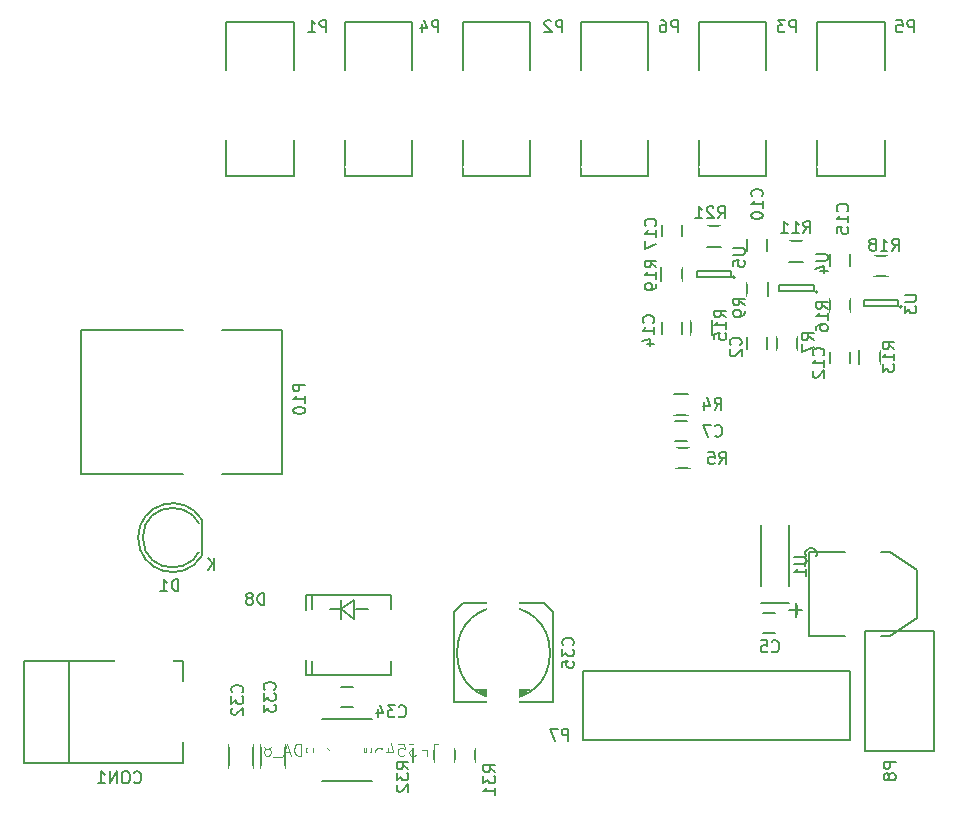
<source format=gbr>
%TF.GenerationSoftware,KiCad,Pcbnew,4.0.1-stable*%
%TF.CreationDate,2016-05-16T17:45:50+03:00*%
%TF.ProjectId,6xUSB_PowMet,36785553425F506F774D65742E6B6963,rev?*%
%TF.FileFunction,Legend,Bot*%
%FSLAX46Y46*%
G04 Gerber Fmt 4.6, Leading zero omitted, Abs format (unit mm)*
G04 Created by KiCad (PCBNEW 4.0.1-stable) date 16.05.2016 17:45:50*
%MOMM*%
G01*
G04 APERTURE LIST*
%ADD10C,0.100000*%
%ADD11C,0.150000*%
%ADD12C,0.152400*%
%ADD13C,0.050000*%
%ADD14C,5.200600*%
%ADD15R,5.200600X5.200600*%
%ADD16R,1.050000X1.460000*%
%ADD17C,1.924000*%
%ADD18C,3.100020*%
%ADD19O,2.250000X2.250000*%
%ADD20C,1.200000*%
%ADD21R,2.300000X2.400000*%
%ADD22C,2.300000*%
%ADD23R,1.650000X1.400000*%
%ADD24R,1.400000X1.650000*%
%ADD25R,1.100000X1.700000*%
%ADD26R,1.700000X1.100000*%
%ADD27R,2.432000X4.057600*%
%ADD28R,2.432000X1.416000*%
%ADD29R,2.400000X2.400000*%
%ADD30C,2.400000*%
%ADD31R,2.000000X2.400000*%
%ADD32R,1.900000X1.650000*%
%ADD33R,4.900880X3.699460*%
%ADD34R,4.898340X3.699460*%
%ADD35R,1.700000X1.900000*%
%ADD36R,2.178000X0.933400*%
%ADD37R,2.889200X3.397200*%
%ADD38R,2.800300X3.900120*%
%ADD39R,1.901140X3.399740*%
G04 APERTURE END LIST*
D10*
D11*
X90638000Y-112068000D02*
X89876000Y-112068000D01*
X89876000Y-112068000D02*
X89876000Y-103432000D01*
X89876000Y-103432000D02*
X90638000Y-103432000D01*
X93686000Y-112068000D02*
X93686000Y-103432000D01*
X103338000Y-112068000D02*
X103338000Y-103432000D01*
X90638000Y-103432000D02*
X103338000Y-103432000D01*
X90638000Y-112068000D02*
X103338000Y-112068000D01*
X164250000Y-73450000D02*
G75*
G03X164250000Y-73450000I-100000J0D01*
G01*
X163900000Y-72900000D02*
X163900000Y-73400000D01*
X161000000Y-72900000D02*
X163900000Y-72900000D01*
X161000000Y-73400000D02*
X161000000Y-72900000D01*
X163900000Y-73400000D02*
X161000000Y-73400000D01*
X103398980Y-87616000D02*
X94762980Y-87616000D01*
X111780980Y-87616000D02*
X106700980Y-87616000D01*
X103398980Y-75424000D02*
X94762980Y-75424000D01*
X111780980Y-75424000D02*
X106700980Y-75424000D01*
X94762980Y-75424000D02*
X94762980Y-87616000D01*
X111780980Y-87616000D02*
X111780980Y-75424000D01*
X132760000Y-62350000D02*
X132760000Y-59300000D01*
X127040000Y-62350000D02*
X127040000Y-59300000D01*
X127040000Y-62350000D02*
X132760000Y-62350000D01*
X127040000Y-53500000D02*
X127040000Y-49336500D01*
X127040000Y-49336500D02*
X132760000Y-49336500D01*
X132760000Y-53500000D02*
X132760000Y-49336500D01*
X152760000Y-62350000D02*
X152760000Y-59300000D01*
X147040000Y-62350000D02*
X147040000Y-59300000D01*
X147040000Y-62350000D02*
X152760000Y-62350000D01*
X147040000Y-53500000D02*
X147040000Y-49336500D01*
X147040000Y-49336500D02*
X152760000Y-49336500D01*
X152760000Y-53500000D02*
X152760000Y-49336500D01*
X162760000Y-62350000D02*
X162760000Y-59300000D01*
X157040000Y-62350000D02*
X157040000Y-59300000D01*
X157040000Y-62350000D02*
X162760000Y-62350000D01*
X157040000Y-53500000D02*
X157040000Y-49336500D01*
X157040000Y-49336500D02*
X162760000Y-49336500D01*
X162760000Y-53500000D02*
X162760000Y-49336500D01*
X142760000Y-62350000D02*
X142760000Y-59300000D01*
X137040000Y-62350000D02*
X137040000Y-59300000D01*
X137040000Y-62350000D02*
X142760000Y-62350000D01*
X137040000Y-53500000D02*
X137040000Y-49336500D01*
X137040000Y-49336500D02*
X142760000Y-49336500D01*
X142760000Y-53500000D02*
X142760000Y-49336500D01*
X122760000Y-62350000D02*
X122760000Y-59300000D01*
X117040000Y-62350000D02*
X117040000Y-59300000D01*
X117040000Y-62350000D02*
X122760000Y-62350000D01*
X117040000Y-53500000D02*
X117040000Y-49336500D01*
X117040000Y-49336500D02*
X122760000Y-49336500D01*
X122760000Y-53500000D02*
X122760000Y-49336500D01*
X112760000Y-62350000D02*
X112760000Y-59300000D01*
X107040000Y-62350000D02*
X107040000Y-59300000D01*
X107040000Y-62350000D02*
X112760000Y-62350000D01*
X107040000Y-53500000D02*
X107040000Y-49336500D01*
X107040000Y-49336500D02*
X112760000Y-49336500D01*
X112760000Y-53500000D02*
X112760000Y-49336500D01*
X104964888Y-94524904D02*
G75*
G02X104980000Y-91500000I-2484888J1524904D01*
G01*
X104980000Y-94500000D02*
X104980000Y-91500000D01*
X104997936Y-93000000D02*
G75*
G03X104997936Y-93000000I-2517936J0D01*
G01*
X151150000Y-77000000D02*
X151150000Y-76000000D01*
X152850000Y-76000000D02*
X152850000Y-77000000D01*
X153500000Y-101100000D02*
X152500000Y-101100000D01*
X152500000Y-99400000D02*
X153500000Y-99400000D01*
X146000000Y-84850000D02*
X145000000Y-84850000D01*
X145000000Y-83150000D02*
X146000000Y-83150000D01*
X151150000Y-68750000D02*
X151150000Y-67750000D01*
X152850000Y-67750000D02*
X152850000Y-68750000D01*
X158150000Y-78250000D02*
X158150000Y-77250000D01*
X159850000Y-77250000D02*
X159850000Y-78250000D01*
X143900000Y-75750000D02*
X143900000Y-74750000D01*
X145600000Y-74750000D02*
X145600000Y-75750000D01*
X158150000Y-70000000D02*
X158150000Y-69000000D01*
X159850000Y-69000000D02*
X159850000Y-70000000D01*
X143900000Y-67500000D02*
X143900000Y-66500000D01*
X145600000Y-66500000D02*
X145600000Y-67500000D01*
X146150000Y-80875000D02*
X144950000Y-80875000D01*
X144950000Y-82625000D02*
X146150000Y-82625000D01*
X146300000Y-85375000D02*
X145100000Y-85375000D01*
X145100000Y-87125000D02*
X146300000Y-87125000D01*
X155375000Y-77150000D02*
X155375000Y-75950000D01*
X153625000Y-75950000D02*
X153625000Y-77150000D01*
X152875000Y-72550000D02*
X152875000Y-71350000D01*
X151125000Y-71350000D02*
X151125000Y-72550000D01*
X154700000Y-69625000D02*
X155900000Y-69625000D01*
X155900000Y-67875000D02*
X154700000Y-67875000D01*
X162375000Y-78300000D02*
X162375000Y-77100000D01*
X160625000Y-77100000D02*
X160625000Y-78300000D01*
X148125000Y-75800000D02*
X148125000Y-74600000D01*
X146375000Y-74600000D02*
X146375000Y-75800000D01*
X159875000Y-73900000D02*
X159875000Y-72700000D01*
X158125000Y-72700000D02*
X158125000Y-73900000D01*
X161850000Y-70875000D02*
X163050000Y-70875000D01*
X163050000Y-69125000D02*
X161850000Y-69125000D01*
X145625000Y-71300000D02*
X145625000Y-70100000D01*
X143875000Y-70100000D02*
X143875000Y-71300000D01*
X147700000Y-68375000D02*
X148900000Y-68375000D01*
X148900000Y-66625000D02*
X147700000Y-66625000D01*
X159424000Y-101306000D02*
X156376000Y-101306000D01*
X156376000Y-101306000D02*
X156376000Y-94194000D01*
X156376000Y-94194000D02*
X159424000Y-94194000D01*
X162472000Y-101306000D02*
X163234000Y-101306000D01*
X163234000Y-101306000D02*
X165520000Y-99782000D01*
X165520000Y-99782000D02*
X165520000Y-95718000D01*
X165520000Y-95718000D02*
X163234000Y-94194000D01*
X163234000Y-94194000D02*
X162472000Y-94194000D01*
X157100000Y-72200000D02*
G75*
G03X157100000Y-72200000I-100000J0D01*
G01*
X156750000Y-71650000D02*
X156750000Y-72150000D01*
X153850000Y-71650000D02*
X156750000Y-71650000D01*
X153850000Y-72150000D02*
X153850000Y-71650000D01*
X156750000Y-72150000D02*
X153850000Y-72150000D01*
X150100000Y-70950000D02*
G75*
G03X150100000Y-70950000I-100000J0D01*
G01*
X149750000Y-70400000D02*
X149750000Y-70900000D01*
X146850000Y-70400000D02*
X149750000Y-70400000D01*
X146850000Y-70900000D02*
X146850000Y-70400000D01*
X149750000Y-70900000D02*
X146850000Y-70900000D01*
X138467000Y-110163000D02*
X137197000Y-110163000D01*
X137197000Y-110163000D02*
X137197000Y-104321000D01*
X137197000Y-104321000D02*
X138467000Y-104321000D01*
X158533000Y-110163000D02*
X159803000Y-110163000D01*
X158533000Y-104321000D02*
X159803000Y-104321000D01*
X159803000Y-110163000D02*
X159803000Y-104321000D01*
X138467000Y-104321000D02*
X158533000Y-104321000D01*
X158533000Y-110163000D02*
X138467000Y-110163000D01*
X161071000Y-100880000D02*
X161071000Y-111040000D01*
X166913000Y-111040000D02*
X166913000Y-100880000D01*
X166913000Y-100880000D02*
X161071000Y-100880000D01*
X166913000Y-111040000D02*
X161071000Y-111040000D01*
X107225000Y-112500000D02*
X107225000Y-110500000D01*
X109275000Y-110500000D02*
X109275000Y-112500000D01*
X109975000Y-112500000D02*
X109975000Y-110500000D01*
X112025000Y-110500000D02*
X112025000Y-112500000D01*
X117750000Y-107350000D02*
X116750000Y-107350000D01*
X116750000Y-105650000D02*
X117750000Y-105650000D01*
X116703320Y-99050360D02*
X115801620Y-99050360D01*
X118001260Y-99050360D02*
X118999480Y-99050360D01*
X114249820Y-97848940D02*
X114249820Y-99050360D01*
X114249820Y-104651060D02*
X114249820Y-103449640D01*
X120998460Y-97848940D02*
X120998460Y-99050360D01*
X120998460Y-104651060D02*
X120998460Y-103449640D01*
X113800100Y-97848940D02*
X113800100Y-99101160D01*
X113800100Y-104651060D02*
X113800100Y-103398840D01*
X116703320Y-99850460D02*
X116703320Y-98250260D01*
X117851400Y-98301060D02*
X117851400Y-99850460D01*
X116700780Y-99050360D02*
X117851400Y-98301060D01*
X116703320Y-99050360D02*
X117853940Y-99850460D01*
X113800100Y-97848940D02*
X120998460Y-97848940D01*
X113800100Y-104651060D02*
X120998460Y-104651060D01*
X126375000Y-110800000D02*
X126375000Y-112000000D01*
X128125000Y-112000000D02*
X128125000Y-110800000D01*
X124625000Y-112000000D02*
X124625000Y-110800000D01*
X122875000Y-110800000D02*
X122875000Y-112000000D01*
D12*
X115116400Y-108383800D02*
X119383600Y-108383800D01*
X119383600Y-113616200D02*
X115116400Y-113616200D01*
D11*
X131516000Y-106561200D02*
X129484000Y-106561200D01*
X129103000Y-106434200D02*
X131897000Y-106434200D01*
X132151000Y-106307200D02*
X128849000Y-106307200D01*
X128595000Y-106180200D02*
X132405000Y-106180200D01*
X128468000Y-106053200D02*
X132532000Y-106053200D01*
X132786000Y-105926200D02*
X128214000Y-105926200D01*
X134691000Y-106942200D02*
X126309000Y-106942200D01*
X126309000Y-106942200D02*
X126309000Y-99322200D01*
X126309000Y-99322200D02*
X127071000Y-98560200D01*
X127071000Y-98560200D02*
X133929000Y-98560200D01*
X133929000Y-98560200D02*
X134691000Y-99322200D01*
X134691000Y-99322200D02*
X134691000Y-106942200D01*
X130500000Y-99068200D02*
X130500000Y-99830200D01*
X130881000Y-99449200D02*
X130119000Y-99449200D01*
X134437000Y-102751200D02*
G75*
G03X134437000Y-102751200I-3937000J0D01*
G01*
X152301120Y-97101980D02*
X152301120Y-91900060D01*
X154698880Y-91900060D02*
X154698880Y-97101980D01*
X155798700Y-99100960D02*
X154698880Y-99100960D01*
X155298320Y-99700400D02*
X155298320Y-98501520D01*
X154698880Y-98496440D02*
X152301120Y-98496440D01*
X99218285Y-113695143D02*
X99265904Y-113742762D01*
X99408761Y-113790381D01*
X99503999Y-113790381D01*
X99646857Y-113742762D01*
X99742095Y-113647524D01*
X99789714Y-113552286D01*
X99837333Y-113361810D01*
X99837333Y-113218952D01*
X99789714Y-113028476D01*
X99742095Y-112933238D01*
X99646857Y-112838000D01*
X99503999Y-112790381D01*
X99408761Y-112790381D01*
X99265904Y-112838000D01*
X99218285Y-112885619D01*
X98599238Y-112790381D02*
X98408761Y-112790381D01*
X98313523Y-112838000D01*
X98218285Y-112933238D01*
X98170666Y-113123714D01*
X98170666Y-113457048D01*
X98218285Y-113647524D01*
X98313523Y-113742762D01*
X98408761Y-113790381D01*
X98599238Y-113790381D01*
X98694476Y-113742762D01*
X98789714Y-113647524D01*
X98837333Y-113457048D01*
X98837333Y-113123714D01*
X98789714Y-112933238D01*
X98694476Y-112838000D01*
X98599238Y-112790381D01*
X97742095Y-113790381D02*
X97742095Y-112790381D01*
X97170666Y-113790381D01*
X97170666Y-112790381D01*
X96170666Y-113790381D02*
X96742095Y-113790381D01*
X96456381Y-113790381D02*
X96456381Y-112790381D01*
X96551619Y-112933238D01*
X96646857Y-113028476D01*
X96742095Y-113076095D01*
X164452381Y-72438095D02*
X165261905Y-72438095D01*
X165357143Y-72485714D01*
X165404762Y-72533333D01*
X165452381Y-72628571D01*
X165452381Y-72819048D01*
X165404762Y-72914286D01*
X165357143Y-72961905D01*
X165261905Y-73009524D01*
X164452381Y-73009524D01*
X164452381Y-73390476D02*
X164452381Y-74009524D01*
X164833333Y-73676190D01*
X164833333Y-73819048D01*
X164880952Y-73914286D01*
X164928571Y-73961905D01*
X165023810Y-74009524D01*
X165261905Y-74009524D01*
X165357143Y-73961905D01*
X165404762Y-73914286D01*
X165452381Y-73819048D01*
X165452381Y-73533333D01*
X165404762Y-73438095D01*
X165357143Y-73390476D01*
X113702381Y-80035714D02*
X112702381Y-80035714D01*
X112702381Y-80416667D01*
X112750000Y-80511905D01*
X112797619Y-80559524D01*
X112892857Y-80607143D01*
X113035714Y-80607143D01*
X113130952Y-80559524D01*
X113178571Y-80511905D01*
X113226190Y-80416667D01*
X113226190Y-80035714D01*
X113702381Y-81559524D02*
X113702381Y-80988095D01*
X113702381Y-81273809D02*
X112702381Y-81273809D01*
X112845238Y-81178571D01*
X112940476Y-81083333D01*
X112988095Y-80988095D01*
X112702381Y-82178571D02*
X112702381Y-82273810D01*
X112750000Y-82369048D01*
X112797619Y-82416667D01*
X112892857Y-82464286D01*
X113083333Y-82511905D01*
X113321429Y-82511905D01*
X113511905Y-82464286D01*
X113607143Y-82416667D01*
X113654762Y-82369048D01*
X113702381Y-82273810D01*
X113702381Y-82178571D01*
X113654762Y-82083333D01*
X113607143Y-82035714D01*
X113511905Y-81988095D01*
X113321429Y-81940476D01*
X113083333Y-81940476D01*
X112892857Y-81988095D01*
X112797619Y-82035714D01*
X112750000Y-82083333D01*
X112702381Y-82178571D01*
X135488095Y-50202381D02*
X135488095Y-49202381D01*
X135107142Y-49202381D01*
X135011904Y-49250000D01*
X134964285Y-49297619D01*
X134916666Y-49392857D01*
X134916666Y-49535714D01*
X134964285Y-49630952D01*
X135011904Y-49678571D01*
X135107142Y-49726190D01*
X135488095Y-49726190D01*
X134535714Y-49297619D02*
X134488095Y-49250000D01*
X134392857Y-49202381D01*
X134154761Y-49202381D01*
X134059523Y-49250000D01*
X134011904Y-49297619D01*
X133964285Y-49392857D01*
X133964285Y-49488095D01*
X134011904Y-49630952D01*
X134583333Y-50202381D01*
X133964285Y-50202381D01*
X155238095Y-50202381D02*
X155238095Y-49202381D01*
X154857142Y-49202381D01*
X154761904Y-49250000D01*
X154714285Y-49297619D01*
X154666666Y-49392857D01*
X154666666Y-49535714D01*
X154714285Y-49630952D01*
X154761904Y-49678571D01*
X154857142Y-49726190D01*
X155238095Y-49726190D01*
X154333333Y-49202381D02*
X153714285Y-49202381D01*
X154047619Y-49583333D01*
X153904761Y-49583333D01*
X153809523Y-49630952D01*
X153761904Y-49678571D01*
X153714285Y-49773810D01*
X153714285Y-50011905D01*
X153761904Y-50107143D01*
X153809523Y-50154762D01*
X153904761Y-50202381D01*
X154190476Y-50202381D01*
X154285714Y-50154762D01*
X154333333Y-50107143D01*
X165238095Y-50202381D02*
X165238095Y-49202381D01*
X164857142Y-49202381D01*
X164761904Y-49250000D01*
X164714285Y-49297619D01*
X164666666Y-49392857D01*
X164666666Y-49535714D01*
X164714285Y-49630952D01*
X164761904Y-49678571D01*
X164857142Y-49726190D01*
X165238095Y-49726190D01*
X163761904Y-49202381D02*
X164238095Y-49202381D01*
X164285714Y-49678571D01*
X164238095Y-49630952D01*
X164142857Y-49583333D01*
X163904761Y-49583333D01*
X163809523Y-49630952D01*
X163761904Y-49678571D01*
X163714285Y-49773810D01*
X163714285Y-50011905D01*
X163761904Y-50107143D01*
X163809523Y-50154762D01*
X163904761Y-50202381D01*
X164142857Y-50202381D01*
X164238095Y-50154762D01*
X164285714Y-50107143D01*
X145238095Y-50202381D02*
X145238095Y-49202381D01*
X144857142Y-49202381D01*
X144761904Y-49250000D01*
X144714285Y-49297619D01*
X144666666Y-49392857D01*
X144666666Y-49535714D01*
X144714285Y-49630952D01*
X144761904Y-49678571D01*
X144857142Y-49726190D01*
X145238095Y-49726190D01*
X143809523Y-49202381D02*
X144000000Y-49202381D01*
X144095238Y-49250000D01*
X144142857Y-49297619D01*
X144238095Y-49440476D01*
X144285714Y-49630952D01*
X144285714Y-50011905D01*
X144238095Y-50107143D01*
X144190476Y-50154762D01*
X144095238Y-50202381D01*
X143904761Y-50202381D01*
X143809523Y-50154762D01*
X143761904Y-50107143D01*
X143714285Y-50011905D01*
X143714285Y-49773810D01*
X143761904Y-49678571D01*
X143809523Y-49630952D01*
X143904761Y-49583333D01*
X144095238Y-49583333D01*
X144190476Y-49630952D01*
X144238095Y-49678571D01*
X144285714Y-49773810D01*
X124988095Y-50202381D02*
X124988095Y-49202381D01*
X124607142Y-49202381D01*
X124511904Y-49250000D01*
X124464285Y-49297619D01*
X124416666Y-49392857D01*
X124416666Y-49535714D01*
X124464285Y-49630952D01*
X124511904Y-49678571D01*
X124607142Y-49726190D01*
X124988095Y-49726190D01*
X123559523Y-49535714D02*
X123559523Y-50202381D01*
X123797619Y-49154762D02*
X124035714Y-49869048D01*
X123416666Y-49869048D01*
X115488095Y-50202381D02*
X115488095Y-49202381D01*
X115107142Y-49202381D01*
X115011904Y-49250000D01*
X114964285Y-49297619D01*
X114916666Y-49392857D01*
X114916666Y-49535714D01*
X114964285Y-49630952D01*
X115011904Y-49678571D01*
X115107142Y-49726190D01*
X115488095Y-49726190D01*
X113964285Y-50202381D02*
X114535714Y-50202381D01*
X114250000Y-50202381D02*
X114250000Y-49202381D01*
X114345238Y-49345238D01*
X114440476Y-49440476D01*
X114535714Y-49488095D01*
X102964095Y-97516381D02*
X102964095Y-96516381D01*
X102726000Y-96516381D01*
X102583142Y-96564000D01*
X102487904Y-96659238D01*
X102440285Y-96754476D01*
X102392666Y-96944952D01*
X102392666Y-97087810D01*
X102440285Y-97278286D01*
X102487904Y-97373524D01*
X102583142Y-97468762D01*
X102726000Y-97516381D01*
X102964095Y-97516381D01*
X101440285Y-97516381D02*
X102011714Y-97516381D01*
X101726000Y-97516381D02*
X101726000Y-96516381D01*
X101821238Y-96659238D01*
X101916476Y-96754476D01*
X102011714Y-96802095D01*
X106011905Y-95702381D02*
X106011905Y-94702381D01*
X105440476Y-95702381D02*
X105869048Y-95130952D01*
X105440476Y-94702381D02*
X106011905Y-95273810D01*
X150557143Y-76683334D02*
X150604762Y-76635715D01*
X150652381Y-76492858D01*
X150652381Y-76397620D01*
X150604762Y-76254762D01*
X150509524Y-76159524D01*
X150414286Y-76111905D01*
X150223810Y-76064286D01*
X150080952Y-76064286D01*
X149890476Y-76111905D01*
X149795238Y-76159524D01*
X149700000Y-76254762D01*
X149652381Y-76397620D01*
X149652381Y-76492858D01*
X149700000Y-76635715D01*
X149747619Y-76683334D01*
X149747619Y-77064286D02*
X149700000Y-77111905D01*
X149652381Y-77207143D01*
X149652381Y-77445239D01*
X149700000Y-77540477D01*
X149747619Y-77588096D01*
X149842857Y-77635715D01*
X149938095Y-77635715D01*
X150080952Y-77588096D01*
X150652381Y-77016667D01*
X150652381Y-77635715D01*
X153216666Y-102607143D02*
X153264285Y-102654762D01*
X153407142Y-102702381D01*
X153502380Y-102702381D01*
X153645238Y-102654762D01*
X153740476Y-102559524D01*
X153788095Y-102464286D01*
X153835714Y-102273810D01*
X153835714Y-102130952D01*
X153788095Y-101940476D01*
X153740476Y-101845238D01*
X153645238Y-101750000D01*
X153502380Y-101702381D01*
X153407142Y-101702381D01*
X153264285Y-101750000D01*
X153216666Y-101797619D01*
X152311904Y-101702381D02*
X152788095Y-101702381D01*
X152835714Y-102178571D01*
X152788095Y-102130952D01*
X152692857Y-102083333D01*
X152454761Y-102083333D01*
X152359523Y-102130952D01*
X152311904Y-102178571D01*
X152264285Y-102273810D01*
X152264285Y-102511905D01*
X152311904Y-102607143D01*
X152359523Y-102654762D01*
X152454761Y-102702381D01*
X152692857Y-102702381D01*
X152788095Y-102654762D01*
X152835714Y-102607143D01*
X148416666Y-84357143D02*
X148464285Y-84404762D01*
X148607142Y-84452381D01*
X148702380Y-84452381D01*
X148845238Y-84404762D01*
X148940476Y-84309524D01*
X148988095Y-84214286D01*
X149035714Y-84023810D01*
X149035714Y-83880952D01*
X148988095Y-83690476D01*
X148940476Y-83595238D01*
X148845238Y-83500000D01*
X148702380Y-83452381D01*
X148607142Y-83452381D01*
X148464285Y-83500000D01*
X148416666Y-83547619D01*
X148083333Y-83452381D02*
X147416666Y-83452381D01*
X147845238Y-84452381D01*
X152357143Y-64107143D02*
X152404762Y-64059524D01*
X152452381Y-63916667D01*
X152452381Y-63821429D01*
X152404762Y-63678571D01*
X152309524Y-63583333D01*
X152214286Y-63535714D01*
X152023810Y-63488095D01*
X151880952Y-63488095D01*
X151690476Y-63535714D01*
X151595238Y-63583333D01*
X151500000Y-63678571D01*
X151452381Y-63821429D01*
X151452381Y-63916667D01*
X151500000Y-64059524D01*
X151547619Y-64107143D01*
X152452381Y-65059524D02*
X152452381Y-64488095D01*
X152452381Y-64773809D02*
X151452381Y-64773809D01*
X151595238Y-64678571D01*
X151690476Y-64583333D01*
X151738095Y-64488095D01*
X151452381Y-65678571D02*
X151452381Y-65773810D01*
X151500000Y-65869048D01*
X151547619Y-65916667D01*
X151642857Y-65964286D01*
X151833333Y-66011905D01*
X152071429Y-66011905D01*
X152261905Y-65964286D01*
X152357143Y-65916667D01*
X152404762Y-65869048D01*
X152452381Y-65773810D01*
X152452381Y-65678571D01*
X152404762Y-65583333D01*
X152357143Y-65535714D01*
X152261905Y-65488095D01*
X152071429Y-65440476D01*
X151833333Y-65440476D01*
X151642857Y-65488095D01*
X151547619Y-65535714D01*
X151500000Y-65583333D01*
X151452381Y-65678571D01*
X157582143Y-77557143D02*
X157629762Y-77509524D01*
X157677381Y-77366667D01*
X157677381Y-77271429D01*
X157629762Y-77128571D01*
X157534524Y-77033333D01*
X157439286Y-76985714D01*
X157248810Y-76938095D01*
X157105952Y-76938095D01*
X156915476Y-76985714D01*
X156820238Y-77033333D01*
X156725000Y-77128571D01*
X156677381Y-77271429D01*
X156677381Y-77366667D01*
X156725000Y-77509524D01*
X156772619Y-77557143D01*
X157677381Y-78509524D02*
X157677381Y-77938095D01*
X157677381Y-78223809D02*
X156677381Y-78223809D01*
X156820238Y-78128571D01*
X156915476Y-78033333D01*
X156963095Y-77938095D01*
X156772619Y-78890476D02*
X156725000Y-78938095D01*
X156677381Y-79033333D01*
X156677381Y-79271429D01*
X156725000Y-79366667D01*
X156772619Y-79414286D01*
X156867857Y-79461905D01*
X156963095Y-79461905D01*
X157105952Y-79414286D01*
X157677381Y-78842857D01*
X157677381Y-79461905D01*
X143182143Y-74807143D02*
X143229762Y-74759524D01*
X143277381Y-74616667D01*
X143277381Y-74521429D01*
X143229762Y-74378571D01*
X143134524Y-74283333D01*
X143039286Y-74235714D01*
X142848810Y-74188095D01*
X142705952Y-74188095D01*
X142515476Y-74235714D01*
X142420238Y-74283333D01*
X142325000Y-74378571D01*
X142277381Y-74521429D01*
X142277381Y-74616667D01*
X142325000Y-74759524D01*
X142372619Y-74807143D01*
X143277381Y-75759524D02*
X143277381Y-75188095D01*
X143277381Y-75473809D02*
X142277381Y-75473809D01*
X142420238Y-75378571D01*
X142515476Y-75283333D01*
X142563095Y-75188095D01*
X142610714Y-76616667D02*
X143277381Y-76616667D01*
X142229762Y-76378571D02*
X142944048Y-76140476D01*
X142944048Y-76759524D01*
X159607143Y-65357143D02*
X159654762Y-65309524D01*
X159702381Y-65166667D01*
X159702381Y-65071429D01*
X159654762Y-64928571D01*
X159559524Y-64833333D01*
X159464286Y-64785714D01*
X159273810Y-64738095D01*
X159130952Y-64738095D01*
X158940476Y-64785714D01*
X158845238Y-64833333D01*
X158750000Y-64928571D01*
X158702381Y-65071429D01*
X158702381Y-65166667D01*
X158750000Y-65309524D01*
X158797619Y-65357143D01*
X159702381Y-66309524D02*
X159702381Y-65738095D01*
X159702381Y-66023809D02*
X158702381Y-66023809D01*
X158845238Y-65928571D01*
X158940476Y-65833333D01*
X158988095Y-65738095D01*
X158702381Y-67214286D02*
X158702381Y-66738095D01*
X159178571Y-66690476D01*
X159130952Y-66738095D01*
X159083333Y-66833333D01*
X159083333Y-67071429D01*
X159130952Y-67166667D01*
X159178571Y-67214286D01*
X159273810Y-67261905D01*
X159511905Y-67261905D01*
X159607143Y-67214286D01*
X159654762Y-67166667D01*
X159702381Y-67071429D01*
X159702381Y-66833333D01*
X159654762Y-66738095D01*
X159607143Y-66690476D01*
X143357143Y-66607143D02*
X143404762Y-66559524D01*
X143452381Y-66416667D01*
X143452381Y-66321429D01*
X143404762Y-66178571D01*
X143309524Y-66083333D01*
X143214286Y-66035714D01*
X143023810Y-65988095D01*
X142880952Y-65988095D01*
X142690476Y-66035714D01*
X142595238Y-66083333D01*
X142500000Y-66178571D01*
X142452381Y-66321429D01*
X142452381Y-66416667D01*
X142500000Y-66559524D01*
X142547619Y-66607143D01*
X143452381Y-67559524D02*
X143452381Y-66988095D01*
X143452381Y-67273809D02*
X142452381Y-67273809D01*
X142595238Y-67178571D01*
X142690476Y-67083333D01*
X142738095Y-66988095D01*
X142452381Y-67892857D02*
X142452381Y-68559524D01*
X143452381Y-68130952D01*
X148366666Y-82152381D02*
X148700000Y-81676190D01*
X148938095Y-82152381D02*
X148938095Y-81152381D01*
X148557142Y-81152381D01*
X148461904Y-81200000D01*
X148414285Y-81247619D01*
X148366666Y-81342857D01*
X148366666Y-81485714D01*
X148414285Y-81580952D01*
X148461904Y-81628571D01*
X148557142Y-81676190D01*
X148938095Y-81676190D01*
X147509523Y-81485714D02*
X147509523Y-82152381D01*
X147747619Y-81104762D02*
X147985714Y-81819048D01*
X147366666Y-81819048D01*
X148756666Y-86757381D02*
X149090000Y-86281190D01*
X149328095Y-86757381D02*
X149328095Y-85757381D01*
X148947142Y-85757381D01*
X148851904Y-85805000D01*
X148804285Y-85852619D01*
X148756666Y-85947857D01*
X148756666Y-86090714D01*
X148804285Y-86185952D01*
X148851904Y-86233571D01*
X148947142Y-86281190D01*
X149328095Y-86281190D01*
X147851904Y-85757381D02*
X148328095Y-85757381D01*
X148375714Y-86233571D01*
X148328095Y-86185952D01*
X148232857Y-86138333D01*
X147994761Y-86138333D01*
X147899523Y-86185952D01*
X147851904Y-86233571D01*
X147804285Y-86328810D01*
X147804285Y-86566905D01*
X147851904Y-86662143D01*
X147899523Y-86709762D01*
X147994761Y-86757381D01*
X148232857Y-86757381D01*
X148328095Y-86709762D01*
X148375714Y-86662143D01*
X156752381Y-76283334D02*
X156276190Y-75950000D01*
X156752381Y-75711905D02*
X155752381Y-75711905D01*
X155752381Y-76092858D01*
X155800000Y-76188096D01*
X155847619Y-76235715D01*
X155942857Y-76283334D01*
X156085714Y-76283334D01*
X156180952Y-76235715D01*
X156228571Y-76188096D01*
X156276190Y-76092858D01*
X156276190Y-75711905D01*
X155752381Y-76616667D02*
X155752381Y-77283334D01*
X156752381Y-76854762D01*
X150952381Y-73333334D02*
X150476190Y-73000000D01*
X150952381Y-72761905D02*
X149952381Y-72761905D01*
X149952381Y-73142858D01*
X150000000Y-73238096D01*
X150047619Y-73285715D01*
X150142857Y-73333334D01*
X150285714Y-73333334D01*
X150380952Y-73285715D01*
X150428571Y-73238096D01*
X150476190Y-73142858D01*
X150476190Y-72761905D01*
X150952381Y-73809524D02*
X150952381Y-74000000D01*
X150904762Y-74095239D01*
X150857143Y-74142858D01*
X150714286Y-74238096D01*
X150523810Y-74285715D01*
X150142857Y-74285715D01*
X150047619Y-74238096D01*
X150000000Y-74190477D01*
X149952381Y-74095239D01*
X149952381Y-73904762D01*
X150000000Y-73809524D01*
X150047619Y-73761905D01*
X150142857Y-73714286D01*
X150380952Y-73714286D01*
X150476190Y-73761905D01*
X150523810Y-73809524D01*
X150571429Y-73904762D01*
X150571429Y-74095239D01*
X150523810Y-74190477D01*
X150476190Y-74238096D01*
X150380952Y-74285715D01*
X155892857Y-67202381D02*
X156226191Y-66726190D01*
X156464286Y-67202381D02*
X156464286Y-66202381D01*
X156083333Y-66202381D01*
X155988095Y-66250000D01*
X155940476Y-66297619D01*
X155892857Y-66392857D01*
X155892857Y-66535714D01*
X155940476Y-66630952D01*
X155988095Y-66678571D01*
X156083333Y-66726190D01*
X156464286Y-66726190D01*
X154940476Y-67202381D02*
X155511905Y-67202381D01*
X155226191Y-67202381D02*
X155226191Y-66202381D01*
X155321429Y-66345238D01*
X155416667Y-66440476D01*
X155511905Y-66488095D01*
X153988095Y-67202381D02*
X154559524Y-67202381D01*
X154273810Y-67202381D02*
X154273810Y-66202381D01*
X154369048Y-66345238D01*
X154464286Y-66440476D01*
X154559524Y-66488095D01*
X163602381Y-77032143D02*
X163126190Y-76698809D01*
X163602381Y-76460714D02*
X162602381Y-76460714D01*
X162602381Y-76841667D01*
X162650000Y-76936905D01*
X162697619Y-76984524D01*
X162792857Y-77032143D01*
X162935714Y-77032143D01*
X163030952Y-76984524D01*
X163078571Y-76936905D01*
X163126190Y-76841667D01*
X163126190Y-76460714D01*
X163602381Y-77984524D02*
X163602381Y-77413095D01*
X163602381Y-77698809D02*
X162602381Y-77698809D01*
X162745238Y-77603571D01*
X162840476Y-77508333D01*
X162888095Y-77413095D01*
X162602381Y-78317857D02*
X162602381Y-78936905D01*
X162983333Y-78603571D01*
X162983333Y-78746429D01*
X163030952Y-78841667D01*
X163078571Y-78889286D01*
X163173810Y-78936905D01*
X163411905Y-78936905D01*
X163507143Y-78889286D01*
X163554762Y-78841667D01*
X163602381Y-78746429D01*
X163602381Y-78460714D01*
X163554762Y-78365476D01*
X163507143Y-78317857D01*
X149352381Y-74357143D02*
X148876190Y-74023809D01*
X149352381Y-73785714D02*
X148352381Y-73785714D01*
X148352381Y-74166667D01*
X148400000Y-74261905D01*
X148447619Y-74309524D01*
X148542857Y-74357143D01*
X148685714Y-74357143D01*
X148780952Y-74309524D01*
X148828571Y-74261905D01*
X148876190Y-74166667D01*
X148876190Y-73785714D01*
X149352381Y-75309524D02*
X149352381Y-74738095D01*
X149352381Y-75023809D02*
X148352381Y-75023809D01*
X148495238Y-74928571D01*
X148590476Y-74833333D01*
X148638095Y-74738095D01*
X148352381Y-76214286D02*
X148352381Y-75738095D01*
X148828571Y-75690476D01*
X148780952Y-75738095D01*
X148733333Y-75833333D01*
X148733333Y-76071429D01*
X148780952Y-76166667D01*
X148828571Y-76214286D01*
X148923810Y-76261905D01*
X149161905Y-76261905D01*
X149257143Y-76214286D01*
X149304762Y-76166667D01*
X149352381Y-76071429D01*
X149352381Y-75833333D01*
X149304762Y-75738095D01*
X149257143Y-75690476D01*
X157952381Y-73607143D02*
X157476190Y-73273809D01*
X157952381Y-73035714D02*
X156952381Y-73035714D01*
X156952381Y-73416667D01*
X157000000Y-73511905D01*
X157047619Y-73559524D01*
X157142857Y-73607143D01*
X157285714Y-73607143D01*
X157380952Y-73559524D01*
X157428571Y-73511905D01*
X157476190Y-73416667D01*
X157476190Y-73035714D01*
X157952381Y-74559524D02*
X157952381Y-73988095D01*
X157952381Y-74273809D02*
X156952381Y-74273809D01*
X157095238Y-74178571D01*
X157190476Y-74083333D01*
X157238095Y-73988095D01*
X156952381Y-75416667D02*
X156952381Y-75226190D01*
X157000000Y-75130952D01*
X157047619Y-75083333D01*
X157190476Y-74988095D01*
X157380952Y-74940476D01*
X157761905Y-74940476D01*
X157857143Y-74988095D01*
X157904762Y-75035714D01*
X157952381Y-75130952D01*
X157952381Y-75321429D01*
X157904762Y-75416667D01*
X157857143Y-75464286D01*
X157761905Y-75511905D01*
X157523810Y-75511905D01*
X157428571Y-75464286D01*
X157380952Y-75416667D01*
X157333333Y-75321429D01*
X157333333Y-75130952D01*
X157380952Y-75035714D01*
X157428571Y-74988095D01*
X157523810Y-74940476D01*
X163392857Y-68702381D02*
X163726191Y-68226190D01*
X163964286Y-68702381D02*
X163964286Y-67702381D01*
X163583333Y-67702381D01*
X163488095Y-67750000D01*
X163440476Y-67797619D01*
X163392857Y-67892857D01*
X163392857Y-68035714D01*
X163440476Y-68130952D01*
X163488095Y-68178571D01*
X163583333Y-68226190D01*
X163964286Y-68226190D01*
X162440476Y-68702381D02*
X163011905Y-68702381D01*
X162726191Y-68702381D02*
X162726191Y-67702381D01*
X162821429Y-67845238D01*
X162916667Y-67940476D01*
X163011905Y-67988095D01*
X161869048Y-68130952D02*
X161964286Y-68083333D01*
X162011905Y-68035714D01*
X162059524Y-67940476D01*
X162059524Y-67892857D01*
X162011905Y-67797619D01*
X161964286Y-67750000D01*
X161869048Y-67702381D01*
X161678571Y-67702381D01*
X161583333Y-67750000D01*
X161535714Y-67797619D01*
X161488095Y-67892857D01*
X161488095Y-67940476D01*
X161535714Y-68035714D01*
X161583333Y-68083333D01*
X161678571Y-68130952D01*
X161869048Y-68130952D01*
X161964286Y-68178571D01*
X162011905Y-68226190D01*
X162059524Y-68321429D01*
X162059524Y-68511905D01*
X162011905Y-68607143D01*
X161964286Y-68654762D01*
X161869048Y-68702381D01*
X161678571Y-68702381D01*
X161583333Y-68654762D01*
X161535714Y-68607143D01*
X161488095Y-68511905D01*
X161488095Y-68321429D01*
X161535714Y-68226190D01*
X161583333Y-68178571D01*
X161678571Y-68130952D01*
X143452381Y-70107143D02*
X142976190Y-69773809D01*
X143452381Y-69535714D02*
X142452381Y-69535714D01*
X142452381Y-69916667D01*
X142500000Y-70011905D01*
X142547619Y-70059524D01*
X142642857Y-70107143D01*
X142785714Y-70107143D01*
X142880952Y-70059524D01*
X142928571Y-70011905D01*
X142976190Y-69916667D01*
X142976190Y-69535714D01*
X143452381Y-71059524D02*
X143452381Y-70488095D01*
X143452381Y-70773809D02*
X142452381Y-70773809D01*
X142595238Y-70678571D01*
X142690476Y-70583333D01*
X142738095Y-70488095D01*
X143452381Y-71535714D02*
X143452381Y-71726190D01*
X143404762Y-71821429D01*
X143357143Y-71869048D01*
X143214286Y-71964286D01*
X143023810Y-72011905D01*
X142642857Y-72011905D01*
X142547619Y-71964286D01*
X142500000Y-71916667D01*
X142452381Y-71821429D01*
X142452381Y-71630952D01*
X142500000Y-71535714D01*
X142547619Y-71488095D01*
X142642857Y-71440476D01*
X142880952Y-71440476D01*
X142976190Y-71488095D01*
X143023810Y-71535714D01*
X143071429Y-71630952D01*
X143071429Y-71821429D01*
X143023810Y-71916667D01*
X142976190Y-71964286D01*
X142880952Y-72011905D01*
X148642857Y-65952381D02*
X148976191Y-65476190D01*
X149214286Y-65952381D02*
X149214286Y-64952381D01*
X148833333Y-64952381D01*
X148738095Y-65000000D01*
X148690476Y-65047619D01*
X148642857Y-65142857D01*
X148642857Y-65285714D01*
X148690476Y-65380952D01*
X148738095Y-65428571D01*
X148833333Y-65476190D01*
X149214286Y-65476190D01*
X148261905Y-65047619D02*
X148214286Y-65000000D01*
X148119048Y-64952381D01*
X147880952Y-64952381D01*
X147785714Y-65000000D01*
X147738095Y-65047619D01*
X147690476Y-65142857D01*
X147690476Y-65238095D01*
X147738095Y-65380952D01*
X148309524Y-65952381D01*
X147690476Y-65952381D01*
X146738095Y-65952381D02*
X147309524Y-65952381D01*
X147023810Y-65952381D02*
X147023810Y-64952381D01*
X147119048Y-65095238D01*
X147214286Y-65190476D01*
X147309524Y-65238095D01*
X155100381Y-94638095D02*
X155909905Y-94638095D01*
X156005143Y-94685714D01*
X156052762Y-94733333D01*
X156100381Y-94828571D01*
X156100381Y-95019048D01*
X156052762Y-95114286D01*
X156005143Y-95161905D01*
X155909905Y-95209524D01*
X155100381Y-95209524D01*
X156100381Y-96209524D02*
X156100381Y-95638095D01*
X156100381Y-95923809D02*
X155100381Y-95923809D01*
X155243238Y-95828571D01*
X155338476Y-95733333D01*
X155386095Y-95638095D01*
X156952381Y-68988095D02*
X157761905Y-68988095D01*
X157857143Y-69035714D01*
X157904762Y-69083333D01*
X157952381Y-69178571D01*
X157952381Y-69369048D01*
X157904762Y-69464286D01*
X157857143Y-69511905D01*
X157761905Y-69559524D01*
X156952381Y-69559524D01*
X157285714Y-70464286D02*
X157952381Y-70464286D01*
X156904762Y-70226190D02*
X157619048Y-69988095D01*
X157619048Y-70607143D01*
X149952381Y-68488095D02*
X150761905Y-68488095D01*
X150857143Y-68535714D01*
X150904762Y-68583333D01*
X150952381Y-68678571D01*
X150952381Y-68869048D01*
X150904762Y-68964286D01*
X150857143Y-69011905D01*
X150761905Y-69059524D01*
X149952381Y-69059524D01*
X149952381Y-70011905D02*
X149952381Y-69535714D01*
X150428571Y-69488095D01*
X150380952Y-69535714D01*
X150333333Y-69630952D01*
X150333333Y-69869048D01*
X150380952Y-69964286D01*
X150428571Y-70011905D01*
X150523810Y-70059524D01*
X150761905Y-70059524D01*
X150857143Y-70011905D01*
X150904762Y-69964286D01*
X150952381Y-69869048D01*
X150952381Y-69630952D01*
X150904762Y-69535714D01*
X150857143Y-69488095D01*
X135995095Y-110192381D02*
X135995095Y-109192381D01*
X135614142Y-109192381D01*
X135518904Y-109240000D01*
X135471285Y-109287619D01*
X135423666Y-109382857D01*
X135423666Y-109525714D01*
X135471285Y-109620952D01*
X135518904Y-109668571D01*
X135614142Y-109716190D01*
X135995095Y-109716190D01*
X135090333Y-109192381D02*
X134423666Y-109192381D01*
X134852238Y-110192381D01*
X163702381Y-112011905D02*
X162702381Y-112011905D01*
X162702381Y-112392858D01*
X162750000Y-112488096D01*
X162797619Y-112535715D01*
X162892857Y-112583334D01*
X163035714Y-112583334D01*
X163130952Y-112535715D01*
X163178571Y-112488096D01*
X163226190Y-112392858D01*
X163226190Y-112011905D01*
X163130952Y-113154762D02*
X163083333Y-113059524D01*
X163035714Y-113011905D01*
X162940476Y-112964286D01*
X162892857Y-112964286D01*
X162797619Y-113011905D01*
X162750000Y-113059524D01*
X162702381Y-113154762D01*
X162702381Y-113345239D01*
X162750000Y-113440477D01*
X162797619Y-113488096D01*
X162892857Y-113535715D01*
X162940476Y-113535715D01*
X163035714Y-113488096D01*
X163083333Y-113440477D01*
X163130952Y-113345239D01*
X163130952Y-113154762D01*
X163178571Y-113059524D01*
X163226190Y-113011905D01*
X163321429Y-112964286D01*
X163511905Y-112964286D01*
X163607143Y-113011905D01*
X163654762Y-113059524D01*
X163702381Y-113154762D01*
X163702381Y-113345239D01*
X163654762Y-113440477D01*
X163607143Y-113488096D01*
X163511905Y-113535715D01*
X163321429Y-113535715D01*
X163226190Y-113488096D01*
X163178571Y-113440477D01*
X163130952Y-113345239D01*
X108357143Y-106107143D02*
X108404762Y-106059524D01*
X108452381Y-105916667D01*
X108452381Y-105821429D01*
X108404762Y-105678571D01*
X108309524Y-105583333D01*
X108214286Y-105535714D01*
X108023810Y-105488095D01*
X107880952Y-105488095D01*
X107690476Y-105535714D01*
X107595238Y-105583333D01*
X107500000Y-105678571D01*
X107452381Y-105821429D01*
X107452381Y-105916667D01*
X107500000Y-106059524D01*
X107547619Y-106107143D01*
X107452381Y-106440476D02*
X107452381Y-107059524D01*
X107833333Y-106726190D01*
X107833333Y-106869048D01*
X107880952Y-106964286D01*
X107928571Y-107011905D01*
X108023810Y-107059524D01*
X108261905Y-107059524D01*
X108357143Y-107011905D01*
X108404762Y-106964286D01*
X108452381Y-106869048D01*
X108452381Y-106583333D01*
X108404762Y-106488095D01*
X108357143Y-106440476D01*
X107547619Y-107440476D02*
X107500000Y-107488095D01*
X107452381Y-107583333D01*
X107452381Y-107821429D01*
X107500000Y-107916667D01*
X107547619Y-107964286D01*
X107642857Y-108011905D01*
X107738095Y-108011905D01*
X107880952Y-107964286D01*
X108452381Y-107392857D01*
X108452381Y-108011905D01*
X111107143Y-105857143D02*
X111154762Y-105809524D01*
X111202381Y-105666667D01*
X111202381Y-105571429D01*
X111154762Y-105428571D01*
X111059524Y-105333333D01*
X110964286Y-105285714D01*
X110773810Y-105238095D01*
X110630952Y-105238095D01*
X110440476Y-105285714D01*
X110345238Y-105333333D01*
X110250000Y-105428571D01*
X110202381Y-105571429D01*
X110202381Y-105666667D01*
X110250000Y-105809524D01*
X110297619Y-105857143D01*
X110202381Y-106190476D02*
X110202381Y-106809524D01*
X110583333Y-106476190D01*
X110583333Y-106619048D01*
X110630952Y-106714286D01*
X110678571Y-106761905D01*
X110773810Y-106809524D01*
X111011905Y-106809524D01*
X111107143Y-106761905D01*
X111154762Y-106714286D01*
X111202381Y-106619048D01*
X111202381Y-106333333D01*
X111154762Y-106238095D01*
X111107143Y-106190476D01*
X110202381Y-107142857D02*
X110202381Y-107761905D01*
X110583333Y-107428571D01*
X110583333Y-107571429D01*
X110630952Y-107666667D01*
X110678571Y-107714286D01*
X110773810Y-107761905D01*
X111011905Y-107761905D01*
X111107143Y-107714286D01*
X111154762Y-107666667D01*
X111202381Y-107571429D01*
X111202381Y-107285714D01*
X111154762Y-107190476D01*
X111107143Y-107142857D01*
X121642857Y-108107143D02*
X121690476Y-108154762D01*
X121833333Y-108202381D01*
X121928571Y-108202381D01*
X122071429Y-108154762D01*
X122166667Y-108059524D01*
X122214286Y-107964286D01*
X122261905Y-107773810D01*
X122261905Y-107630952D01*
X122214286Y-107440476D01*
X122166667Y-107345238D01*
X122071429Y-107250000D01*
X121928571Y-107202381D01*
X121833333Y-107202381D01*
X121690476Y-107250000D01*
X121642857Y-107297619D01*
X121309524Y-107202381D02*
X120690476Y-107202381D01*
X121023810Y-107583333D01*
X120880952Y-107583333D01*
X120785714Y-107630952D01*
X120738095Y-107678571D01*
X120690476Y-107773810D01*
X120690476Y-108011905D01*
X120738095Y-108107143D01*
X120785714Y-108154762D01*
X120880952Y-108202381D01*
X121166667Y-108202381D01*
X121261905Y-108154762D01*
X121309524Y-108107143D01*
X119833333Y-107535714D02*
X119833333Y-108202381D01*
X120071429Y-107154762D02*
X120309524Y-107869048D01*
X119690476Y-107869048D01*
X110238095Y-98702381D02*
X110238095Y-97702381D01*
X110000000Y-97702381D01*
X109857142Y-97750000D01*
X109761904Y-97845238D01*
X109714285Y-97940476D01*
X109666666Y-98130952D01*
X109666666Y-98273810D01*
X109714285Y-98464286D01*
X109761904Y-98559524D01*
X109857142Y-98654762D01*
X110000000Y-98702381D01*
X110238095Y-98702381D01*
X109095238Y-98130952D02*
X109190476Y-98083333D01*
X109238095Y-98035714D01*
X109285714Y-97940476D01*
X109285714Y-97892857D01*
X109238095Y-97797619D01*
X109190476Y-97750000D01*
X109095238Y-97702381D01*
X108904761Y-97702381D01*
X108809523Y-97750000D01*
X108761904Y-97797619D01*
X108714285Y-97892857D01*
X108714285Y-97940476D01*
X108761904Y-98035714D01*
X108809523Y-98083333D01*
X108904761Y-98130952D01*
X109095238Y-98130952D01*
X109190476Y-98178571D01*
X109238095Y-98226190D01*
X109285714Y-98321429D01*
X109285714Y-98511905D01*
X109238095Y-98607143D01*
X109190476Y-98654762D01*
X109095238Y-98702381D01*
X108904761Y-98702381D01*
X108809523Y-98654762D01*
X108761904Y-98607143D01*
X108714285Y-98511905D01*
X108714285Y-98321429D01*
X108761904Y-98226190D01*
X108809523Y-98178571D01*
X108904761Y-98130952D01*
X129802381Y-112857143D02*
X129326190Y-112523809D01*
X129802381Y-112285714D02*
X128802381Y-112285714D01*
X128802381Y-112666667D01*
X128850000Y-112761905D01*
X128897619Y-112809524D01*
X128992857Y-112857143D01*
X129135714Y-112857143D01*
X129230952Y-112809524D01*
X129278571Y-112761905D01*
X129326190Y-112666667D01*
X129326190Y-112285714D01*
X128802381Y-113190476D02*
X128802381Y-113809524D01*
X129183333Y-113476190D01*
X129183333Y-113619048D01*
X129230952Y-113714286D01*
X129278571Y-113761905D01*
X129373810Y-113809524D01*
X129611905Y-113809524D01*
X129707143Y-113761905D01*
X129754762Y-113714286D01*
X129802381Y-113619048D01*
X129802381Y-113333333D01*
X129754762Y-113238095D01*
X129707143Y-113190476D01*
X129802381Y-114761905D02*
X129802381Y-114190476D01*
X129802381Y-114476190D02*
X128802381Y-114476190D01*
X128945238Y-114380952D01*
X129040476Y-114285714D01*
X129088095Y-114190476D01*
X122452381Y-112607143D02*
X121976190Y-112273809D01*
X122452381Y-112035714D02*
X121452381Y-112035714D01*
X121452381Y-112416667D01*
X121500000Y-112511905D01*
X121547619Y-112559524D01*
X121642857Y-112607143D01*
X121785714Y-112607143D01*
X121880952Y-112559524D01*
X121928571Y-112511905D01*
X121976190Y-112416667D01*
X121976190Y-112035714D01*
X121452381Y-112940476D02*
X121452381Y-113559524D01*
X121833333Y-113226190D01*
X121833333Y-113369048D01*
X121880952Y-113464286D01*
X121928571Y-113511905D01*
X122023810Y-113559524D01*
X122261905Y-113559524D01*
X122357143Y-113511905D01*
X122404762Y-113464286D01*
X122452381Y-113369048D01*
X122452381Y-113083333D01*
X122404762Y-112988095D01*
X122357143Y-112940476D01*
X121547619Y-113940476D02*
X121500000Y-113988095D01*
X121452381Y-114083333D01*
X121452381Y-114321429D01*
X121500000Y-114416667D01*
X121547619Y-114464286D01*
X121642857Y-114511905D01*
X121738095Y-114511905D01*
X121880952Y-114464286D01*
X122452381Y-113892857D01*
X122452381Y-114511905D01*
D13*
X118818295Y-110452381D02*
X118818295Y-111261905D01*
X118770676Y-111357143D01*
X118723057Y-111404762D01*
X118627819Y-111452381D01*
X118437342Y-111452381D01*
X118342104Y-111404762D01*
X118294485Y-111357143D01*
X118246866Y-111261905D01*
X118246866Y-110452381D01*
X117246866Y-111452381D02*
X117818295Y-111452381D01*
X117532581Y-111452381D02*
X117532581Y-110452381D01*
X117627819Y-110595238D01*
X117723057Y-110690476D01*
X117818295Y-110738095D01*
X116627819Y-110452381D02*
X116532580Y-110452381D01*
X116437342Y-110500000D01*
X116389723Y-110547619D01*
X116342104Y-110642857D01*
X116294485Y-110833333D01*
X116294485Y-111071429D01*
X116342104Y-111261905D01*
X116389723Y-111357143D01*
X116437342Y-111404762D01*
X116532580Y-111452381D01*
X116627819Y-111452381D01*
X116723057Y-111404762D01*
X116770676Y-111357143D01*
X116818295Y-111261905D01*
X116865914Y-111071429D01*
X116865914Y-110833333D01*
X116818295Y-110642857D01*
X116770676Y-110547619D01*
X116723057Y-110500000D01*
X116627819Y-110452381D01*
X124934162Y-110452381D02*
X124362733Y-110452381D01*
X124648448Y-111452381D02*
X124648448Y-110452381D01*
X124029400Y-111452381D02*
X124029400Y-110452381D01*
X123648447Y-110452381D01*
X123553209Y-110500000D01*
X123505590Y-110547619D01*
X123457971Y-110642857D01*
X123457971Y-110785714D01*
X123505590Y-110880952D01*
X123553209Y-110928571D01*
X123648447Y-110976190D01*
X124029400Y-110976190D01*
X123077019Y-111404762D02*
X122934162Y-111452381D01*
X122696066Y-111452381D01*
X122600828Y-111404762D01*
X122553209Y-111357143D01*
X122505590Y-111261905D01*
X122505590Y-111166667D01*
X122553209Y-111071429D01*
X122600828Y-111023810D01*
X122696066Y-110976190D01*
X122886543Y-110928571D01*
X122981781Y-110880952D01*
X123029400Y-110833333D01*
X123077019Y-110738095D01*
X123077019Y-110642857D01*
X123029400Y-110547619D01*
X122981781Y-110500000D01*
X122886543Y-110452381D01*
X122648447Y-110452381D01*
X122505590Y-110500000D01*
X121600828Y-110452381D02*
X122077019Y-110452381D01*
X122124638Y-110928571D01*
X122077019Y-110880952D01*
X121981781Y-110833333D01*
X121743685Y-110833333D01*
X121648447Y-110880952D01*
X121600828Y-110928571D01*
X121553209Y-111023810D01*
X121553209Y-111261905D01*
X121600828Y-111357143D01*
X121648447Y-111404762D01*
X121743685Y-111452381D01*
X121981781Y-111452381D01*
X122077019Y-111404762D01*
X122124638Y-111357143D01*
X120696066Y-110785714D02*
X120696066Y-111452381D01*
X120934162Y-110404762D02*
X121172257Y-111119048D01*
X120553209Y-111119048D01*
X119696066Y-110452381D02*
X120172257Y-110452381D01*
X120219876Y-110928571D01*
X120172257Y-110880952D01*
X120077019Y-110833333D01*
X119838923Y-110833333D01*
X119743685Y-110880952D01*
X119696066Y-110928571D01*
X119648447Y-111023810D01*
X119648447Y-111261905D01*
X119696066Y-111357143D01*
X119743685Y-111404762D01*
X119838923Y-111452381D01*
X120077019Y-111452381D01*
X120172257Y-111404762D01*
X120219876Y-111357143D01*
X119029400Y-110452381D02*
X118934161Y-110452381D01*
X118838923Y-110500000D01*
X118791304Y-110547619D01*
X118743685Y-110642857D01*
X118696066Y-110833333D01*
X118696066Y-111071429D01*
X118743685Y-111261905D01*
X118791304Y-111357143D01*
X118838923Y-111404762D01*
X118934161Y-111452381D01*
X119029400Y-111452381D01*
X119124638Y-111404762D01*
X119172257Y-111357143D01*
X119219876Y-111261905D01*
X119267495Y-111071429D01*
X119267495Y-110833333D01*
X119219876Y-110642857D01*
X119172257Y-110547619D01*
X119124638Y-110500000D01*
X119029400Y-110452381D01*
X118267495Y-111071429D02*
X117505590Y-111071429D01*
X117029400Y-110928571D02*
X116696066Y-110928571D01*
X116553209Y-111452381D02*
X117029400Y-111452381D01*
X117029400Y-110452381D01*
X116553209Y-110452381D01*
X116124638Y-111452381D02*
X116124638Y-110452381D01*
X115743685Y-110452381D01*
X115648447Y-110500000D01*
X115600828Y-110547619D01*
X115553209Y-110642857D01*
X115553209Y-110785714D01*
X115600828Y-110880952D01*
X115648447Y-110928571D01*
X115743685Y-110976190D01*
X116124638Y-110976190D01*
X115362733Y-111547619D02*
X114600828Y-111547619D01*
X114362733Y-111452381D02*
X114362733Y-110452381D01*
X114124638Y-110452381D01*
X113981780Y-110500000D01*
X113886542Y-110595238D01*
X113838923Y-110690476D01*
X113791304Y-110880952D01*
X113791304Y-111023810D01*
X113838923Y-111214286D01*
X113886542Y-111309524D01*
X113981780Y-111404762D01*
X114124638Y-111452381D01*
X114362733Y-111452381D01*
X113362733Y-111452381D02*
X113362733Y-110452381D01*
X113124638Y-110452381D01*
X112981780Y-110500000D01*
X112886542Y-110595238D01*
X112838923Y-110690476D01*
X112791304Y-110880952D01*
X112791304Y-111023810D01*
X112838923Y-111214286D01*
X112886542Y-111309524D01*
X112981780Y-111404762D01*
X113124638Y-111452381D01*
X113362733Y-111452381D01*
X112410352Y-111166667D02*
X111934161Y-111166667D01*
X112505590Y-111452381D02*
X112172257Y-110452381D01*
X111838923Y-111452381D01*
X111743685Y-111547619D02*
X110981780Y-111547619D01*
X110600828Y-110880952D02*
X110696066Y-110833333D01*
X110743685Y-110785714D01*
X110791304Y-110690476D01*
X110791304Y-110642857D01*
X110743685Y-110547619D01*
X110696066Y-110500000D01*
X110600828Y-110452381D01*
X110410351Y-110452381D01*
X110315113Y-110500000D01*
X110267494Y-110547619D01*
X110219875Y-110642857D01*
X110219875Y-110690476D01*
X110267494Y-110785714D01*
X110315113Y-110833333D01*
X110410351Y-110880952D01*
X110600828Y-110880952D01*
X110696066Y-110928571D01*
X110743685Y-110976190D01*
X110791304Y-111071429D01*
X110791304Y-111261905D01*
X110743685Y-111357143D01*
X110696066Y-111404762D01*
X110600828Y-111452381D01*
X110410351Y-111452381D01*
X110315113Y-111404762D01*
X110267494Y-111357143D01*
X110219875Y-111261905D01*
X110219875Y-111071429D01*
X110267494Y-110976190D01*
X110315113Y-110928571D01*
X110410351Y-110880952D01*
D11*
X136357143Y-102107143D02*
X136404762Y-102059524D01*
X136452381Y-101916667D01*
X136452381Y-101821429D01*
X136404762Y-101678571D01*
X136309524Y-101583333D01*
X136214286Y-101535714D01*
X136023810Y-101488095D01*
X135880952Y-101488095D01*
X135690476Y-101535714D01*
X135595238Y-101583333D01*
X135500000Y-101678571D01*
X135452381Y-101821429D01*
X135452381Y-101916667D01*
X135500000Y-102059524D01*
X135547619Y-102107143D01*
X135452381Y-102440476D02*
X135452381Y-103059524D01*
X135833333Y-102726190D01*
X135833333Y-102869048D01*
X135880952Y-102964286D01*
X135928571Y-103011905D01*
X136023810Y-103059524D01*
X136261905Y-103059524D01*
X136357143Y-103011905D01*
X136404762Y-102964286D01*
X136452381Y-102869048D01*
X136452381Y-102583333D01*
X136404762Y-102488095D01*
X136357143Y-102440476D01*
X135452381Y-103964286D02*
X135452381Y-103488095D01*
X135928571Y-103440476D01*
X135880952Y-103488095D01*
X135833333Y-103583333D01*
X135833333Y-103821429D01*
X135880952Y-103916667D01*
X135928571Y-103964286D01*
X136023810Y-104011905D01*
X136261905Y-104011905D01*
X136357143Y-103964286D01*
X136404762Y-103916667D01*
X136452381Y-103821429D01*
X136452381Y-103583333D01*
X136404762Y-103488095D01*
X136357143Y-103440476D01*
X156955943Y-94535014D02*
X157003562Y-94487395D01*
X157051181Y-94344538D01*
X157051181Y-94249300D01*
X157003562Y-94106442D01*
X156908324Y-94011204D01*
X156813086Y-93963585D01*
X156622610Y-93915966D01*
X156479752Y-93915966D01*
X156289276Y-93963585D01*
X156194038Y-94011204D01*
X156098800Y-94106442D01*
X156051181Y-94249300D01*
X156051181Y-94344538D01*
X156098800Y-94487395D01*
X156146419Y-94535014D01*
X156051181Y-95392157D02*
X156051181Y-95201680D01*
X156098800Y-95106442D01*
X156146419Y-95058823D01*
X156289276Y-94963585D01*
X156479752Y-94915966D01*
X156860705Y-94915966D01*
X156955943Y-94963585D01*
X157003562Y-95011204D01*
X157051181Y-95106442D01*
X157051181Y-95296919D01*
X157003562Y-95392157D01*
X156955943Y-95439776D01*
X156860705Y-95487395D01*
X156622610Y-95487395D01*
X156527371Y-95439776D01*
X156479752Y-95392157D01*
X156432133Y-95296919D01*
X156432133Y-95106442D01*
X156479752Y-95011204D01*
X156527371Y-94963585D01*
X156622610Y-94915966D01*
X155372289Y-98720008D02*
X155372289Y-99481913D01*
X155753241Y-99100961D02*
X154991336Y-99100961D01*
%LPC*%
D14*
X97750000Y-107750000D03*
D15*
X103846000Y-107750000D03*
D14*
X100036000Y-102670000D03*
D16*
X163400000Y-74250000D03*
X162450000Y-74250000D03*
X161500000Y-74250000D03*
X161500000Y-72050000D03*
X163400000Y-72050000D03*
D17*
X109748980Y-82790000D03*
X109748980Y-80250000D03*
X107750000Y-80250000D03*
X107750000Y-82790000D03*
D18*
X105049980Y-87519480D03*
X105049980Y-75520520D03*
D19*
X127480000Y-58340000D03*
X127480000Y-54500000D03*
X132320000Y-54500000D03*
D20*
X131850000Y-61610000D03*
X130450000Y-61610000D03*
X129050000Y-61610000D03*
D19*
X132320000Y-58340000D03*
D20*
X127650000Y-61610000D03*
D19*
X147480000Y-58340000D03*
X147480000Y-54500000D03*
X152320000Y-54500000D03*
D20*
X151850000Y-61610000D03*
X150450000Y-61610000D03*
X149050000Y-61610000D03*
D19*
X152320000Y-58340000D03*
D20*
X147650000Y-61610000D03*
D19*
X157480000Y-58340000D03*
X157480000Y-54500000D03*
X162320000Y-54500000D03*
D20*
X161850000Y-61610000D03*
X160450000Y-61610000D03*
X159050000Y-61610000D03*
D19*
X162320000Y-58340000D03*
D20*
X157650000Y-61610000D03*
D19*
X137480000Y-58340000D03*
X137480000Y-54500000D03*
X142320000Y-54500000D03*
D20*
X141850000Y-61610000D03*
X140450000Y-61610000D03*
X139050000Y-61610000D03*
D19*
X142320000Y-58340000D03*
D20*
X137650000Y-61610000D03*
D19*
X117480000Y-58340000D03*
X117480000Y-54500000D03*
X122320000Y-54500000D03*
D20*
X121850000Y-61610000D03*
X120450000Y-61610000D03*
X119050000Y-61610000D03*
D19*
X122320000Y-58340000D03*
D20*
X117650000Y-61610000D03*
D19*
X107480000Y-58340000D03*
X107480000Y-54500000D03*
X112320000Y-54500000D03*
D20*
X111850000Y-61610000D03*
X110450000Y-61610000D03*
X109050000Y-61610000D03*
D19*
X112320000Y-58340000D03*
D20*
X107650000Y-61610000D03*
D21*
X103750000Y-93000000D03*
D22*
X101210000Y-93000000D03*
D23*
X152000000Y-75500000D03*
X152000000Y-77500000D03*
D24*
X152000000Y-100250000D03*
X154000000Y-100250000D03*
X144500000Y-84000000D03*
X146500000Y-84000000D03*
D23*
X152000000Y-67250000D03*
X152000000Y-69250000D03*
X159000000Y-76750000D03*
X159000000Y-78750000D03*
X144750000Y-74250000D03*
X144750000Y-76250000D03*
X159000000Y-68500000D03*
X159000000Y-70500000D03*
X144750000Y-66000000D03*
X144750000Y-68000000D03*
D25*
X144600000Y-81750000D03*
X146500000Y-81750000D03*
X144750000Y-86250000D03*
X146650000Y-86250000D03*
D26*
X154500000Y-75600000D03*
X154500000Y-77500000D03*
X152000000Y-71000000D03*
X152000000Y-72900000D03*
D25*
X156250000Y-68750000D03*
X154350000Y-68750000D03*
D26*
X161500000Y-76750000D03*
X161500000Y-78650000D03*
X147250000Y-74250000D03*
X147250000Y-76150000D03*
X159000000Y-72350000D03*
X159000000Y-74250000D03*
D25*
X163400000Y-70000000D03*
X161500000Y-70000000D03*
D26*
X144750000Y-69750000D03*
X144750000Y-71650000D03*
D25*
X149250000Y-67500000D03*
X147350000Y-67500000D03*
D27*
X164250000Y-97750000D03*
D28*
X157646000Y-97750000D03*
X157646000Y-95464000D03*
X157646000Y-100036000D03*
D16*
X156250000Y-73000000D03*
X155300000Y-73000000D03*
X154350000Y-73000000D03*
X154350000Y-70800000D03*
X156250000Y-70800000D03*
X149250000Y-71750000D03*
X148300000Y-71750000D03*
X147350000Y-71750000D03*
X147350000Y-69550000D03*
X149250000Y-69550000D03*
D29*
X139737000Y-107750000D03*
D30*
X142250000Y-107750000D03*
X144750000Y-107750000D03*
X147250000Y-107750000D03*
X149750000Y-107750000D03*
X152250000Y-107750000D03*
X154750000Y-107750000D03*
X157250000Y-107750000D03*
D29*
X164500000Y-108500000D03*
D30*
X164500000Y-105960000D03*
X164500000Y-103460000D03*
D31*
X108250000Y-109500000D03*
X108250000Y-113500000D03*
X111000000Y-109500000D03*
X111000000Y-113500000D03*
D32*
X116000000Y-106500000D03*
X118500000Y-106500000D03*
D33*
X113000000Y-101250000D03*
D34*
X121798560Y-101250000D03*
D35*
X127250000Y-112750000D03*
X127250000Y-110050000D03*
X123750000Y-110050000D03*
X123750000Y-112750000D03*
D36*
X119815400Y-109095000D03*
X119815400Y-110365000D03*
X119815400Y-111635000D03*
X119815400Y-112905000D03*
X114684600Y-112905000D03*
X114684600Y-111635000D03*
X114684600Y-110365000D03*
X114684600Y-109095000D03*
D37*
X117250000Y-111000000D03*
D38*
X130500000Y-99500000D03*
X130500000Y-106002400D03*
D39*
X153500000Y-92502040D03*
X153500000Y-96500000D03*
M02*

</source>
